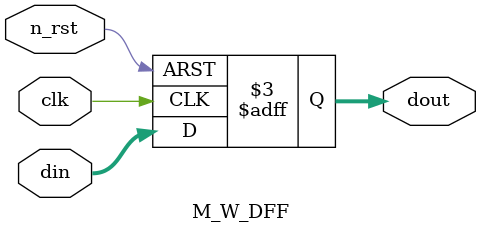
<source format=sv>
module M_W_DFF #(
    parameter WIDTH = 32,
    parameter RESET_VALUE = 0
)
(
    clk,
    n_rst,
    din,
    dout
);
    input clk;
    input n_rst;
    input [WIDTH-1:0]din;
    
    output reg[WIDTH-1:0]dout;

always@(posedge clk or negedge n_rst)
begin
    if(!n_rst) 
    begin
        dout <= RESET_VALUE;
    end
    else 
    begin
        dout <= din;
    end
end

endmodule
</source>
